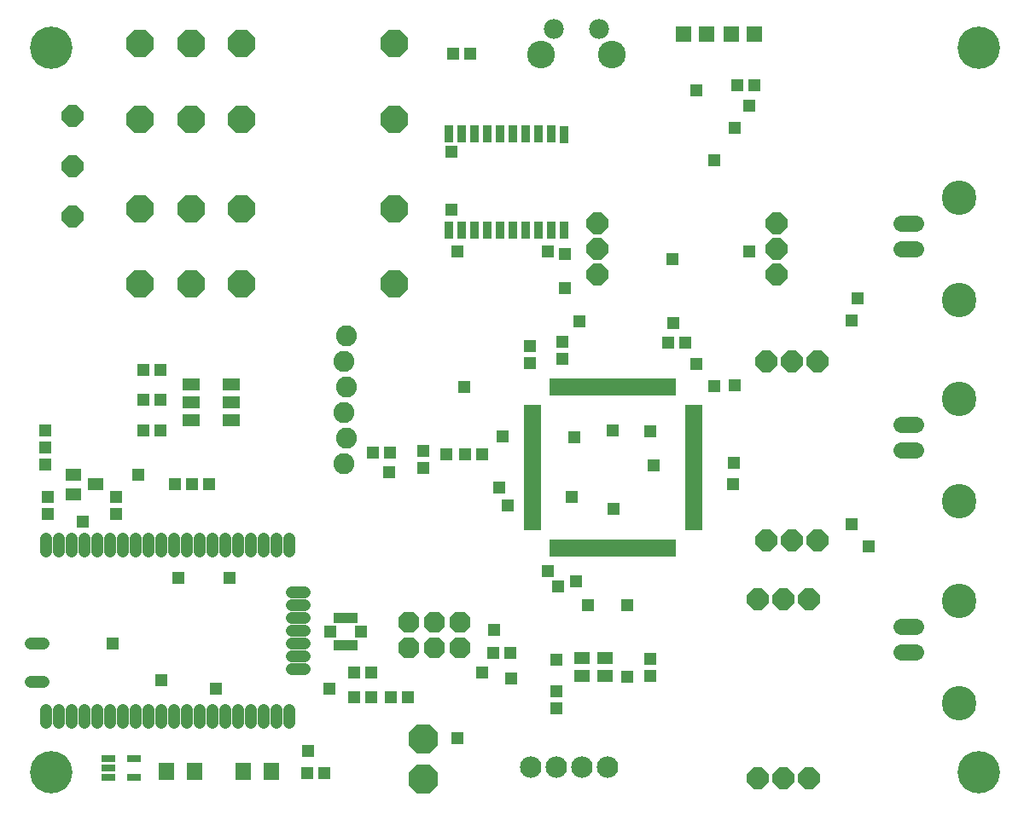
<source format=gts>
G75*
G70*
%OFA0B0*%
%FSLAX24Y24*%
%IPPOS*%
%LPD*%
%AMOC8*
5,1,8,0,0,1.08239X$1,22.5*
%
%ADD10C,0.1655*%
%ADD11R,0.0671X0.0198*%
%ADD12R,0.0198X0.0671*%
%ADD13OC8,0.0820*%
%ADD14R,0.0513X0.0474*%
%ADD15R,0.0474X0.0513*%
%ADD16C,0.1080*%
%ADD17C,0.0780*%
%ADD18R,0.0552X0.0297*%
%ADD19R,0.0631X0.0710*%
%ADD20C,0.0820*%
%ADD21C,0.0635*%
%ADD22C,0.1346*%
%ADD23R,0.0635X0.0635*%
%ADD24C,0.0480*%
%ADD25OC8,0.1143*%
%ADD26OC8,0.0840*%
%ADD27OC8,0.1080*%
%ADD28OC8,0.0848*%
%ADD29C,0.0840*%
%ADD30R,0.0671X0.0513*%
%ADD31R,0.0631X0.0474*%
%ADD32R,0.0380X0.0680*%
%ADD33R,0.0592X0.0513*%
%ADD34R,0.0946X0.0415*%
%ADD35R,0.0493X0.0474*%
%ADD36R,0.0516X0.0516*%
D10*
X001755Y001755D03*
X037975Y001755D03*
X037975Y030101D03*
X001755Y030101D03*
D11*
X020530Y016042D03*
X020530Y015845D03*
X020530Y015649D03*
X020530Y015452D03*
X020530Y015255D03*
X020530Y015058D03*
X020530Y014861D03*
X020530Y014664D03*
X020530Y014467D03*
X020530Y014271D03*
X020530Y014074D03*
X020530Y013877D03*
X020530Y013680D03*
X020530Y013483D03*
X020530Y013286D03*
X020530Y013089D03*
X020530Y012893D03*
X020530Y012696D03*
X020530Y012499D03*
X020530Y012302D03*
X020530Y012105D03*
X020530Y011908D03*
X020530Y011711D03*
X020530Y011515D03*
X020530Y011318D03*
X026830Y011318D03*
X026830Y011515D03*
X026830Y011711D03*
X026830Y011908D03*
X026830Y012105D03*
X026830Y012302D03*
X026830Y012499D03*
X026830Y012696D03*
X026830Y012893D03*
X026830Y013089D03*
X026830Y013286D03*
X026830Y013483D03*
X026830Y013680D03*
X026830Y013877D03*
X026830Y014074D03*
X026830Y014271D03*
X026830Y014467D03*
X026830Y014664D03*
X026830Y014861D03*
X026830Y015058D03*
X026830Y015255D03*
X026830Y015452D03*
X026830Y015649D03*
X026830Y015845D03*
X026830Y016042D03*
D12*
X026042Y016830D03*
X025845Y016830D03*
X025649Y016830D03*
X025452Y016830D03*
X025255Y016830D03*
X025058Y016830D03*
X024861Y016830D03*
X024664Y016830D03*
X024467Y016830D03*
X024271Y016830D03*
X024074Y016830D03*
X023877Y016830D03*
X023680Y016830D03*
X023483Y016830D03*
X023286Y016830D03*
X023089Y016830D03*
X022893Y016830D03*
X022696Y016830D03*
X022499Y016830D03*
X022302Y016830D03*
X022105Y016830D03*
X021908Y016830D03*
X021711Y016830D03*
X021515Y016830D03*
X021318Y016830D03*
X021318Y010530D03*
X021515Y010530D03*
X021711Y010530D03*
X021908Y010530D03*
X022105Y010530D03*
X022302Y010530D03*
X022499Y010530D03*
X022696Y010530D03*
X022893Y010530D03*
X023089Y010530D03*
X023286Y010530D03*
X023483Y010530D03*
X023680Y010530D03*
X023877Y010530D03*
X024074Y010530D03*
X024271Y010530D03*
X024467Y010530D03*
X024664Y010530D03*
X024861Y010530D03*
X025058Y010530D03*
X025255Y010530D03*
X025452Y010530D03*
X025649Y010530D03*
X025845Y010530D03*
X026042Y010530D03*
D13*
X017722Y007645D03*
X016722Y007645D03*
X015722Y007645D03*
X015722Y006645D03*
X016722Y006645D03*
X017722Y006645D03*
D14*
X012424Y001723D03*
X011755Y001723D03*
X004274Y011853D03*
X004274Y012523D03*
X001597Y012523D03*
X001597Y011853D03*
X001519Y014452D03*
X001519Y015121D03*
X014294Y014274D03*
X014963Y014274D03*
X017916Y014196D03*
X018586Y014196D03*
D15*
X016263Y014334D03*
X016263Y013664D03*
X020456Y017759D03*
X020456Y018428D03*
X021710Y018611D03*
X021710Y017942D03*
X025830Y018566D03*
X026499Y018566D03*
X028555Y028640D03*
X029224Y028640D03*
X018109Y029849D03*
X017440Y029849D03*
X006026Y017503D03*
X005357Y017503D03*
X005357Y016322D03*
X006026Y016322D03*
X006026Y015141D03*
X005357Y015141D03*
X006578Y013015D03*
X007247Y013015D03*
X013586Y005652D03*
X014255Y005652D03*
X014255Y004708D03*
X015003Y004708D03*
X015672Y004708D03*
X013586Y004708D03*
X019019Y006440D03*
X019688Y006440D03*
X021479Y004924D03*
X021479Y004255D03*
X025141Y005515D03*
X025141Y006184D03*
D16*
X023627Y029839D03*
X020867Y029839D03*
D17*
X021361Y030820D03*
X023133Y030820D03*
D18*
X004991Y002298D03*
X003967Y002298D03*
X003967Y001924D03*
X003967Y001550D03*
X004991Y001550D03*
D19*
X006235Y001786D03*
X007337Y001786D03*
X009235Y001786D03*
X010337Y001786D03*
D20*
X013168Y013845D03*
X013268Y014845D03*
X013168Y015845D03*
X013268Y016845D03*
X013168Y017845D03*
X013268Y018845D03*
D21*
X034942Y022227D02*
X035497Y022227D01*
X035497Y023227D02*
X034942Y023227D01*
X034942Y015353D02*
X035497Y015353D01*
X035497Y014353D02*
X034942Y014353D01*
X034942Y007479D02*
X035497Y007479D01*
X035497Y006479D02*
X034942Y006479D01*
D22*
X037219Y004479D03*
X037219Y008479D03*
X037219Y012353D03*
X037219Y016353D03*
X037219Y020227D03*
X037219Y024227D03*
D23*
X029208Y030617D03*
X028322Y030617D03*
X027337Y030617D03*
X026452Y030617D03*
D24*
X011036Y010886D02*
X011036Y010386D01*
X010536Y010386D02*
X010536Y010886D01*
X010036Y010886D02*
X010036Y010386D01*
X009536Y010386D02*
X009536Y010886D01*
X009036Y010886D02*
X009036Y010386D01*
X008536Y010386D02*
X008536Y010886D01*
X008036Y010886D02*
X008036Y010386D01*
X007536Y010386D02*
X007536Y010886D01*
X007036Y010886D02*
X007036Y010386D01*
X006536Y010386D02*
X006536Y010886D01*
X006036Y010886D02*
X006036Y010386D01*
X005536Y010386D02*
X005536Y010886D01*
X005036Y010886D02*
X005036Y010386D01*
X004536Y010386D02*
X004536Y010886D01*
X004036Y010886D02*
X004036Y010386D01*
X003536Y010386D02*
X003536Y010886D01*
X003036Y010886D02*
X003036Y010386D01*
X002536Y010386D02*
X002536Y010886D01*
X002036Y010886D02*
X002036Y010386D01*
X001536Y010386D02*
X001536Y010886D01*
X001436Y006786D02*
X000936Y006786D01*
X000936Y005286D02*
X001436Y005286D01*
X001536Y004186D02*
X001536Y003686D01*
X002036Y003686D02*
X002036Y004186D01*
X002536Y004186D02*
X002536Y003686D01*
X003036Y003686D02*
X003036Y004186D01*
X003536Y004186D02*
X003536Y003686D01*
X004036Y003686D02*
X004036Y004186D01*
X004536Y004186D02*
X004536Y003686D01*
X005036Y003686D02*
X005036Y004186D01*
X005536Y004186D02*
X005536Y003686D01*
X006036Y003686D02*
X006036Y004186D01*
X006536Y004186D02*
X006536Y003686D01*
X007036Y003686D02*
X007036Y004186D01*
X007536Y004186D02*
X007536Y003686D01*
X008036Y003686D02*
X008036Y004186D01*
X008536Y004186D02*
X008536Y003686D01*
X009036Y003686D02*
X009036Y004186D01*
X009536Y004186D02*
X009536Y003686D01*
X010036Y003686D02*
X010036Y004186D01*
X010536Y004186D02*
X010536Y003686D01*
X011036Y003686D02*
X011036Y004186D01*
X011136Y005786D02*
X011636Y005786D01*
X011636Y006286D02*
X011136Y006286D01*
X011136Y006786D02*
X011636Y006786D01*
X011636Y007286D02*
X011136Y007286D01*
X011136Y007786D02*
X011636Y007786D01*
X011636Y008286D02*
X011136Y008286D01*
X011136Y008786D02*
X011636Y008786D01*
D25*
X016274Y003066D03*
X016274Y001507D03*
D26*
X029358Y001546D03*
X030358Y001546D03*
X031358Y001546D03*
X031358Y008546D03*
X030358Y008546D03*
X029358Y008546D03*
X029692Y010833D03*
X030692Y010833D03*
X031692Y010833D03*
X031692Y017833D03*
X030692Y017833D03*
X029692Y017833D03*
X030078Y021227D03*
X030078Y022227D03*
X030078Y023227D03*
X023078Y023227D03*
X023078Y022227D03*
X023078Y021227D03*
D27*
X015133Y020849D03*
X015133Y023802D03*
X015133Y027306D03*
X015133Y030259D03*
X009192Y030259D03*
X007208Y030259D03*
X005223Y030259D03*
X005223Y027306D03*
X007208Y027306D03*
X009192Y027306D03*
X009192Y023802D03*
X007208Y023802D03*
X005223Y023802D03*
X005223Y020849D03*
X007208Y020849D03*
X009192Y020849D03*
D28*
X002589Y023507D03*
X002589Y025475D03*
X002589Y027444D03*
D29*
X020467Y001956D03*
X021467Y001956D03*
X022467Y001956D03*
X023467Y001956D03*
D30*
X008774Y015515D03*
X008774Y016223D03*
X008774Y016932D03*
X007200Y016932D03*
X007200Y016223D03*
X007200Y015515D03*
D31*
X003483Y013015D03*
X002617Y013389D03*
X002617Y012641D03*
D32*
X017292Y022957D03*
X017792Y022957D03*
X018292Y022957D03*
X018792Y022957D03*
X019292Y022957D03*
X019792Y022957D03*
X020292Y022957D03*
X020792Y022957D03*
X021292Y022957D03*
X021792Y022957D03*
X021792Y026707D03*
X021292Y026717D03*
X020792Y026717D03*
X020292Y026717D03*
X019792Y026717D03*
X019292Y026717D03*
X018792Y026717D03*
X018292Y026717D03*
X017792Y026717D03*
X017292Y026717D03*
D33*
X022483Y006243D03*
X023389Y006243D03*
X023389Y005534D03*
X022483Y005534D03*
D34*
X013251Y006725D03*
X013251Y007808D03*
D35*
X013851Y007267D03*
X012650Y007267D03*
D36*
X012621Y005042D03*
X011774Y002609D03*
X008192Y005042D03*
X006046Y005377D03*
X004149Y006786D03*
X006715Y009353D03*
X008706Y009375D03*
X007897Y013015D03*
X005141Y013408D03*
X002975Y011558D03*
X001519Y013802D03*
X014944Y013487D03*
X017168Y014196D03*
X019383Y014885D03*
X019255Y012897D03*
X019570Y012188D03*
X022070Y012542D03*
X023723Y012070D03*
X025269Y013753D03*
X025150Y015111D03*
X023664Y015141D03*
X022168Y014865D03*
X017865Y016845D03*
X022365Y019393D03*
X021814Y020711D03*
X021814Y022030D03*
X021145Y022129D03*
X017601Y022129D03*
X017385Y023763D03*
X017385Y026046D03*
X026026Y021814D03*
X029019Y022129D03*
X026046Y019314D03*
X026952Y017739D03*
X027641Y016853D03*
X028428Y016912D03*
X028404Y013877D03*
X028389Y013034D03*
X033015Y011479D03*
X033684Y010613D03*
X024235Y008290D03*
X022696Y008286D03*
X021538Y009038D03*
X022227Y009235D03*
X021145Y009629D03*
X019058Y007326D03*
X018566Y005652D03*
X019708Y005436D03*
X021479Y006164D03*
X024235Y005495D03*
X017604Y003096D03*
X033015Y019432D03*
X033251Y020298D03*
X027641Y025711D03*
X028428Y026952D03*
X029019Y027837D03*
X026952Y028428D03*
M02*

</source>
